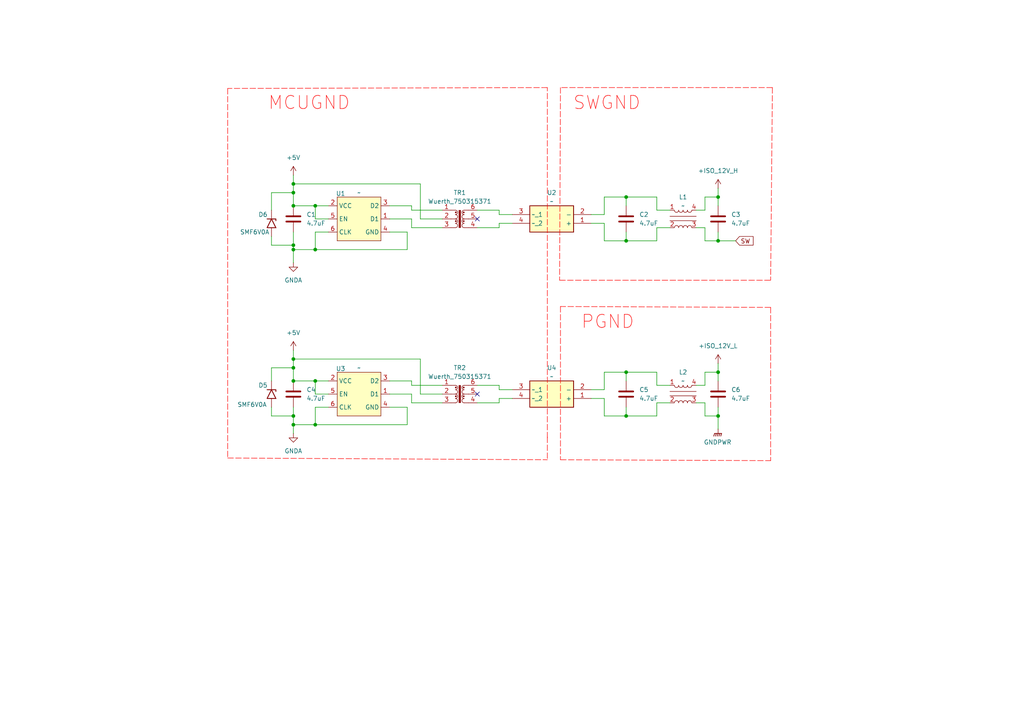
<source format=kicad_sch>
(kicad_sch (version 20250114) (generator "eeschema") (generator_version "9.0")
  (paper "A4")
  (lib_symbols
    (symbol "Device:C" (pin_numbers (hide yes)) (pin_names (offset 0.254))
      (property "Reference" "C" (at 0.635 2.54 0))
      (property "Value" "C" (at 0.635 -2.54 0))
      (symbol "C_0_1"
        (polyline (pts (xy -2.032 0.762) (xy 2.032 0.762)) (stroke (width 0.508)))
        (polyline (pts (xy -2.032 -0.762) (xy 2.032 -0.762)) (stroke (width 0.508)))
      )
      (symbol "C_1_1"
        (pin passive line (at 0 3.81 270) (length 2.794) (name "~") (number "1"))
        (pin passive line (at 0 -3.81 90) (length 2.794) (name "~") (number "2"))
      )
    )
    (symbol "Diode:SMF6V0A" (pin_numbers (hide yes)) (pin_names (offset 1.016) (hide yes))
      (property "Reference" "D" (at 0 2.54 0))
      (property "Value" "SMF6V0A" (at 0 -2.54 0))
      (symbol "SMF6V0A_0_1"
        (polyline (pts (xy -0.762 1.27) (xy -1.27 1.27) (xy -1.27 -1.27)) (stroke (width 0.254)))
        (polyline (pts (xy 1.27 1.27) (xy 1.27 -1.27) (xy -1.27 0) (xy 1.27 1.27)) (stroke (width 0.254)))
      )
      (symbol "SMF6V0A_1_1"
        (pin passive line (at -3.81 0 0) (length 2.54) (name "A1") (number "1"))
        (pin passive line (at 3.81 0 180) (length 2.54) (name "A2") (number "2"))
      )
    )
    (symbol "KiCAD_Library-N1-V1.0:ACM2012-900-2P-T001"
      (property "Reference" "L?" (at -3.556 5.334 0))
      (symbol "ACM2012-900-2P-T001_0_1"
        (arc (start -1.27 2.54) (mid -1.905 1.9077) (end -2.54 2.54))
        (arc (start -2.54 -2.54) (mid -1.905 -1.9077) (end -1.27 -2.54))
        (arc (start 0 2.54) (mid -0.635 1.9077) (end -1.27 2.54))
        (arc (start -1.27 -2.54) (mid -0.635 -1.9077) (end 0 -2.54))
        (arc (start 1.27 2.54) (mid 0.635 1.9077) (end 0 2.54))
        (arc (start 0 -2.54) (mid 0.635 -1.9077) (end 1.27 -2.54))
        (arc (start 2.54 2.54) (mid 1.905 1.9077) (end 1.27 2.54))
        (arc (start 1.27 -2.54) (mid 1.905 -1.9077) (end 2.54 -2.54))
        (polyline (pts (xy 3.81 0.762) (xy -3.81 0.762)))
        (polyline (pts (xy 3.81 -0.508) (xy -3.81 -0.508)))
      )
      (symbol "ACM2012-900-2P-T001_1_1"
        (pin passive line (at -3.81 2.54 0) (length 1.27) (name "") (number "1"))
        (pin passive line (at -3.81 -2.54 0) (length 1.27) (name "") (number "2"))
        (pin passive line (at 3.81 2.54 180) (length 1.27) (name "") (number "4"))
        (pin passive line (at 3.81 -2.54 180) (length 1.27) (name "") (number "3"))
      )
    )
    (symbol "KiCAD_Library-N1-V1.0:SN650BQDBVT-Q1"
      (property "Reference" "U" (at -5.842 7.366 0))
      (symbol "SN650BQDBVT-Q1_1_1"
        (rectangle (start -6.35 6.35) (end 6.35 -6.35) (fill (type background)))
        (pin power_in line (at -8.89 3.81 0) (length 2.54) (name "VCC") (number "2"))
        (pin input line (at -8.89 0 0) (length 2.54) (name "EN") (number "5"))
        (pin input line (at -8.89 -3.81 0) (length 2.54) (name "CLK") (number "6"))
        (pin output line (at 8.89 3.81 180) (length 2.54) (name "D2") (number "3"))
        (pin output line (at 8.89 0 180) (length 2.54) (name "D1") (number "1"))
        (pin power_out line (at 8.89 -3.81 180) (length 2.54) (name "GND") (number "4"))
      )
    )
    (symbol "KiCAD_Library-N1-V1.0:TS260S_R2_00001"
      (property "Reference" "U" (at -5.842 5.08 0))
      (symbol "TS260S_R2_00001_1_1"
        (rectangle (start -6.35 3.81) (end 6.35 -3.81) (stroke (width 0.254)) (fill (type background)))
        (pin passive line (at -11.43 1.27 0) (length 5.08) (name "+") (number "1"))
        (pin passive line (at -11.43 -1.27 0) (length 5.08) (name "-") (number "2"))
        (pin passive line (at 11.43 1.27 180) (length 5.08) (name "~_2") (number "4"))
        (pin passive line (at 11.43 -1.27 180) (length 5.08) (name "~_1") (number "3"))
      )
    )
    (symbol "Transformer:Wuerth_750315371"
      (property "Reference" "TR" (at 0 5.08 0))
      (property "Value" "Wuerth_750315371" (at 0 -5.08 0))
      (symbol "Wuerth_750315371_0_1"
        (polyline (pts (xy -2.54 2.54) (xy -1.27 2.54)))
        (polyline (pts (xy -2.54 0) (xy -1.27 0)))
        (polyline (pts (xy -2.54 -2.54) (xy -1.27 -2.54)))
        (arc (start -1.27 0) (mid -0.6377 -0.635) (end -1.27 -1.27))
        (arc (start -1.27 -1.27) (mid -0.6377 -1.905) (end -1.27 -2.54))
        (rectangle (start -0.254 2.54) (end 0.254 -2.54) (stroke (width 0.0254)) (fill (type outline)))
        (polyline (pts (xy 1.27 2.54) (xy 2.54 2.54)))
        (polyline (pts (xy 1.27 0) (xy 2.54 0)))
        (polyline (pts (xy 1.27 -2.54) (xy 2.54 -2.54)))
      )
      (symbol "Wuerth_750315371_1_1"
        (arc (start -1.27 2.54) (mid -0.6377 1.905) (end -1.27 1.27))
        (arc (start -1.27 1.27) (mid -0.6377 0.635) (end -1.27 0))
        (circle (center -1.143 1.905) (radius 0.127) (stroke (width 0.254)))
        (circle (center -1.143 -0.635) (radius 0.127) (stroke (width 0.254)))
        (circle (center 1.143 1.905) (radius 0.127) (stroke (width 0.254)))
        (circle (center 1.143 -0.635) (radius 0.127) (stroke (width 0.254)))
        (arc (start 1.27 1.27) (mid 0.6377 1.905) (end 1.27 2.54))
        (arc (start 1.27 0) (mid 0.6377 0.635) (end 1.27 1.27))
        (arc (start 1.27 -1.27) (mid 0.6377 -0.635) (end 1.27 0))
        (arc (start 1.27 -2.54) (mid 0.6377 -1.905) (end 1.27 -1.27))
        (pin passive line (at -5.08 2.54 0) (length 2.54) (name "~") (number "1"))
        (pin passive line (at -5.08 0 0) (length 2.54) (name "~") (number "2"))
        (pin passive line (at -5.08 -2.54 0) (length 2.54) (name "~") (number "3"))
        (pin passive line (at 5.08 2.54 180) (length 2.54) (name "~") (number "6"))
        (pin passive line (at 5.08 0 180) (length 2.54) (name "~") (number "5"))
        (pin passive line (at 5.08 -2.54 180) (length 2.54) (name "~") (number "4"))
      )
    )
    (symbol "power:+12V" (power) (pin_numbers (hide yes)) (pin_names (offset 0) (hide yes))
      (property "Value" "+12V" (at 0 3.556 0))
      (symbol "+12V_0_1"
        (polyline (pts (xy -0.762 1.27) (xy 0 2.54)))
        (polyline (pts (xy 0 2.54) (xy 0.762 1.27)))
        (polyline (pts (xy 0 0) (xy 0 2.54)))
      )
      (symbol "+12V_1_1"
        (pin power_in line (at 0 0 90) (length 0) (name "~") (number "1"))
      )
    )
    (symbol "power:+5V" (power) (pin_numbers (hide yes)) (pin_names (offset 0) (hide yes))
      (property "Value" "+5V" (at 0 3.556 0))
      (symbol "+5V_0_1"
        (polyline (pts (xy -0.762 1.27) (xy 0 2.54)))
        (polyline (pts (xy 0 2.54) (xy 0.762 1.27)))
        (polyline (pts (xy 0 0) (xy 0 2.54)))
      )
      (symbol "+5V_1_1"
        (pin power_in line (at 0 0 90) (length 0) (name "~") (number "1"))
      )
    )
    (symbol "power:GNDA" (power) (pin_numbers (hide yes)) (pin_names (offset 0) (hide yes))
      (property "Value" "GNDA" (at 0 -3.81 0))
      (symbol "GNDA_0_1"
        (polyline (pts (xy 0 0) (xy 0 -1.27) (xy 1.27 -1.27) (xy 0 -2.54) (xy -1.27 -1.27) (xy 0 -1.27)))
      )
      (symbol "GNDA_1_1"
        (pin power_in line (at 0 0 270) (length 0) (name "~") (number "1"))
      )
    )
    (symbol "power:GNDPWR" (power) (pin_numbers (hide yes)) (pin_names (offset 0) (hide yes))
      (property "Value" "GNDPWR" (at 0 -3.302 0))
      (symbol "GNDPWR_0_1"
        (polyline (pts (xy -1.016 -1.27) (xy -1.27 -2.032) (xy -1.27 -2.032)) (stroke (width 0.2032)))
        (polyline (pts (xy -0.508 -1.27) (xy -0.762 -2.032) (xy -0.762 -2.032)) (stroke (width 0.2032)))
        (polyline (pts (xy 0 -1.27) (xy 0 0)))
        (polyline (pts (xy 0 -1.27) (xy -0.254 -2.032) (xy -0.254 -2.032)) (stroke (width 0.2032)))
        (polyline (pts (xy 0.508 -1.27) (xy 0.254 -2.032) (xy 0.254 -2.032)) (stroke (width 0.2032)))
        (polyline (pts (xy 1.016 -1.27) (xy -1.016 -1.27) (xy -1.016 -1.27)) (stroke (width 0.2032)))
        (polyline (pts (xy 1.016 -1.27) (xy 0.762 -2.032) (xy 0.762 -2.032) (xy 0.762 -2.032)) (stroke (width 0.2032)))
      )
      (symbol "GNDPWR_1_1"
        (pin power_in line (at 0 0 270) (length 0) (name "~") (number "1"))
      )
    )
  )
  (text "MCUGND\n" (at 89.662 29.972 0) (effects (font (size 3.81 3.81))))
  (text "SWGND\n" (at 176.022 29.972 0) (effects (font (size 3.81 3.81))))
  (text "PGND\n" (at 176.276 93.472 0) (effects (font (size 3.81 3.81))))
  (junction (at 85.09 106.68))
  (junction (at 85.09 53.34))
  (junction (at 85.09 110.49))
  (junction (at 91.44 110.49))
  (junction (at 85.09 104.14))
  (junction (at 208.28 107.95))
  (junction (at 181.61 120.65))
  (junction (at 91.44 59.69))
  (junction (at 181.61 69.85))
  (junction (at 91.44 72.39))
  (junction (at 85.09 55.88))
  (junction (at 85.09 120.65))
  (junction (at 85.09 71.12))
  (junction (at 208.28 120.65))
  (junction (at 208.28 57.15))
  (junction (at 85.09 123.19))
  (junction (at 208.28 69.85))
  (junction (at 85.09 59.69))
  (junction (at 181.61 107.95))
  (junction (at 181.61 57.15))
  (junction (at 85.09 72.39))
  (junction (at 91.44 123.19))
  (no_connect (at 138.43 114.3))
  (no_connect (at 138.43 63.5))
  (wire (pts (xy 148.59 62.23) (xy 144.78 62.23)))
  (wire (pts (xy 128.27 116.84) (xy 119.38 116.84)))
  (wire (pts (xy 85.09 71.12) (xy 85.09 67.31)))
  (wire (pts (xy 95.25 63.5) (xy 91.44 63.5)))
  (wire (pts (xy 85.09 106.68) (xy 85.09 110.49)))
  (wire (pts (xy 208.28 57.15) (xy 208.28 59.69)))
  (wire (pts (xy 190.5 111.76) (xy 190.5 107.95)))
  (wire (pts (xy 128.27 66.04) (xy 119.38 66.04)))
  (wire (pts (xy 194.31 111.76) (xy 190.5 111.76)))
  (wire (pts (xy 121.92 53.34) (xy 85.09 53.34)))
  (wire (pts (xy 91.44 118.11) (xy 91.44 123.19)))
  (wire (pts (xy 138.43 116.84) (xy 144.78 116.84)))
  (wire (pts (xy 208.28 67.31) (xy 208.28 69.85)))
  (wire (pts (xy 85.09 104.14) (xy 85.09 106.68)))
  (wire (pts (xy 201.93 116.84) (xy 204.47 116.84)))
  (wire (pts (xy 85.09 123.19) (xy 85.09 120.65)))
  (wire (pts (xy 119.38 66.04) (xy 119.38 63.5)))
  (wire (pts (xy 95.25 118.11) (xy 91.44 118.11)))
  (wire (pts (xy 208.28 54.61) (xy 208.28 57.15)))
  (wire (pts (xy 144.78 113.03) (xy 144.78 111.76)))
  (wire (pts (xy 121.92 114.3) (xy 121.92 104.14)))
  (wire (pts (xy 85.09 59.69) (xy 91.44 59.69)))
  (wire (pts (xy 204.47 120.65) (xy 204.47 116.84)))
  (wire (pts (xy 85.09 72.39) (xy 85.09 71.12)))
  (wire (pts (xy 181.61 57.15) (xy 181.61 59.69)))
  (wire (pts (xy 208.28 69.85) (xy 213.36 69.85)))
  (wire (pts (xy 148.59 115.57) (xy 144.78 115.57)))
  (wire (pts (xy 91.44 72.39) (xy 85.09 72.39)))
  (wire (pts (xy 194.31 60.96) (xy 190.5 60.96)))
  (wire (pts (xy 119.38 59.69) (xy 119.38 60.96)))
  (polyline (pts (xy 224.028 25.4) (xy 162.56 25.4)) (stroke (width 0) (type dash) (color 255 0 0 1)))
  (wire (pts (xy 208.28 120.65) (xy 208.28 124.46)))
  (wire (pts (xy 85.09 72.39) (xy 85.09 76.2)))
  (polyline (pts (xy 158.75 25.4) (xy 66.04 25.654)) (stroke (width 0) (type dash) (color 255 0 0 1)))
  (polyline (pts (xy 158.75 127) (xy 158.75 25.4)) (stroke (width 0) (type dash) (color 255 0 0 1)))
  (wire (pts (xy 119.38 63.5) (xy 113.03 63.5)))
  (wire (pts (xy 119.38 114.3) (xy 113.03 114.3)))
  (wire (pts (xy 78.74 110.49) (xy 78.74 106.68)))
  (polyline (pts (xy 66.04 25.654) (xy 66.04 132.842)) (stroke (width 0) (type dash) (color 255 0 0 1)))
  (wire (pts (xy 113.03 59.69) (xy 119.38 59.69)))
  (wire (pts (xy 204.47 60.96) (xy 204.47 57.15)))
  (wire (pts (xy 175.26 115.57) (xy 175.26 120.65)))
  (wire (pts (xy 201.93 111.76) (xy 204.47 111.76)))
  (polyline (pts (xy 158.75 126.746) (xy 158.75 133.35)) (stroke (width 0) (type dash) (color 255 0 0 1)))
  (wire (pts (xy 144.78 60.96) (xy 138.43 60.96)))
  (wire (pts (xy 148.59 113.03) (xy 144.78 113.03)))
  (wire (pts (xy 113.03 110.49) (xy 119.38 110.49)))
  (wire (pts (xy 78.74 60.96) (xy 78.74 55.88)))
  (wire (pts (xy 190.5 60.96) (xy 190.5 57.15)))
  (wire (pts (xy 78.74 120.65) (xy 85.09 120.65)))
  (wire (pts (xy 91.44 123.19) (xy 85.09 123.19)))
  (wire (pts (xy 118.11 67.31) (xy 118.11 72.39)))
  (wire (pts (xy 171.45 113.03) (xy 175.26 113.03)))
  (wire (pts (xy 144.78 115.57) (xy 144.78 116.84)))
  (wire (pts (xy 91.44 110.49) (xy 95.25 110.49)))
  (wire (pts (xy 171.45 64.77) (xy 175.26 64.77)))
  (wire (pts (xy 118.11 123.19) (xy 91.44 123.19)))
  (wire (pts (xy 78.74 118.11) (xy 78.74 120.65)))
  (wire (pts (xy 85.09 50.8) (xy 85.09 53.34)))
  (wire (pts (xy 144.78 64.77) (xy 144.78 66.04)))
  (wire (pts (xy 78.74 68.58) (xy 78.74 71.12)))
  (wire (pts (xy 113.03 118.11) (xy 118.11 118.11)))
  (wire (pts (xy 175.26 62.23) (xy 175.26 57.15)))
  (wire (pts (xy 118.11 72.39) (xy 91.44 72.39)))
  (polyline (pts (xy 162.56 88.9) (xy 162.56 133.35)) (stroke (width 0) (type dash) (color 255 0 0 1)))
  (wire (pts (xy 208.28 120.65) (xy 204.47 120.65)))
  (wire (pts (xy 175.26 107.95) (xy 181.61 107.95)))
  (wire (pts (xy 118.11 118.11) (xy 118.11 123.19)))
  (polyline (pts (xy 162.56 133.35) (xy 223.52 133.604)) (stroke (width 0) (type dash) (color 255 0 0 1)))
  (wire (pts (xy 175.26 57.15) (xy 181.61 57.15)))
  (wire (pts (xy 78.74 55.88) (xy 85.09 55.88)))
  (wire (pts (xy 91.44 67.31) (xy 91.44 72.39)))
  (wire (pts (xy 175.26 69.85) (xy 181.61 69.85)))
  (wire (pts (xy 119.38 60.96) (xy 128.27 60.96)))
  (polyline (pts (xy 223.52 89.154) (xy 223.52 133.604)) (stroke (width 0) (type dash) (color 255 0 0 1)))
  (wire (pts (xy 78.74 106.68) (xy 85.09 106.68)))
  (wire (pts (xy 85.09 55.88) (xy 85.09 59.69)))
  (wire (pts (xy 194.31 116.84) (xy 190.5 116.84)))
  (wire (pts (xy 208.28 118.11) (xy 208.28 120.65)))
  (wire (pts (xy 204.47 57.15) (xy 208.28 57.15)))
  (wire (pts (xy 190.5 107.95) (xy 181.61 107.95)))
  (wire (pts (xy 204.47 69.85) (xy 204.47 66.04)))
  (polyline (pts (xy 162.56 25.4) (xy 162.306 81.28)) (stroke (width 0) (type dash) (color 255 0 0 1)))
  (wire (pts (xy 171.45 115.57) (xy 175.26 115.57)))
  (wire (pts (xy 144.78 111.76) (xy 138.43 111.76)))
  (wire (pts (xy 128.27 114.3) (xy 121.92 114.3)))
  (polyline (pts (xy 223.52 89.154) (xy 162.56 88.9)) (stroke (width 0) (type dash) (color 255 0 0 1)))
  (wire (pts (xy 113.03 67.31) (xy 118.11 67.31)))
  (wire (pts (xy 91.44 114.3) (xy 91.44 110.49)))
  (wire (pts (xy 119.38 116.84) (xy 119.38 114.3)))
  (wire (pts (xy 119.38 110.49) (xy 119.38 111.76)))
  (polyline (pts (xy 162.306 81.28) (xy 223.52 81.28)) (stroke (width 0) (type dash) (color 255 0 0 1)))
  (wire (pts (xy 95.25 67.31) (xy 91.44 67.31)))
  (wire (pts (xy 190.5 66.04) (xy 190.5 69.85)))
  (wire (pts (xy 201.93 66.04) (xy 204.47 66.04)))
  (wire (pts (xy 91.44 59.69) (xy 95.25 59.69)))
  (wire (pts (xy 85.09 120.65) (xy 85.09 118.11)))
  (wire (pts (xy 121.92 104.14) (xy 85.09 104.14)))
  (polyline (pts (xy 66.04 132.842) (xy 158.75 133.35)) (stroke (width 0) (type dash) (color 255 0 0 1)))
  (wire (pts (xy 208.28 105.41) (xy 208.28 107.95)))
  (wire (pts (xy 175.26 64.77) (xy 175.26 69.85)))
  (wire (pts (xy 204.47 107.95) (xy 208.28 107.95)))
  (wire (pts (xy 144.78 62.23) (xy 144.78 60.96)))
  (wire (pts (xy 121.92 63.5) (xy 121.92 53.34)))
  (wire (pts (xy 194.31 66.04) (xy 190.5 66.04)))
  (wire (pts (xy 78.74 71.12) (xy 85.09 71.12)))
  (wire (pts (xy 171.45 62.23) (xy 175.26 62.23)))
  (wire (pts (xy 148.59 64.77) (xy 144.78 64.77)))
  (wire (pts (xy 128.27 63.5) (xy 121.92 63.5)))
  (wire (pts (xy 119.38 111.76) (xy 128.27 111.76)))
  (wire (pts (xy 181.61 107.95) (xy 181.61 110.49)))
  (wire (pts (xy 138.43 66.04) (xy 144.78 66.04)))
  (wire (pts (xy 175.26 120.65) (xy 181.61 120.65)))
  (polyline (pts (xy 224.028 25.4) (xy 223.52 81.28)) (stroke (width 0) (type dash) (color 255 0 0 1)))
  (wire (pts (xy 175.26 113.03) (xy 175.26 107.95)))
  (wire (pts (xy 190.5 69.85) (xy 181.61 69.85)))
  (wire (pts (xy 85.09 101.6) (xy 85.09 104.14)))
  (wire (pts (xy 95.25 114.3) (xy 91.44 114.3)))
  (wire (pts (xy 190.5 57.15) (xy 181.61 57.15)))
  (wire (pts (xy 85.09 123.19) (xy 85.09 125.73)))
  (wire (pts (xy 181.61 69.85) (xy 181.61 67.31)))
  (wire (pts (xy 208.28 69.85) (xy 204.47 69.85)))
  (wire (pts (xy 204.47 111.76) (xy 204.47 107.95)))
  (wire (pts (xy 181.61 120.65) (xy 181.61 118.11)))
  (wire (pts (xy 201.93 60.96) (xy 204.47 60.96)))
  (wire (pts (xy 85.09 53.34) (xy 85.09 55.88)))
  (wire (pts (xy 91.44 63.5) (xy 91.44 59.69)))
  (wire (pts (xy 190.5 116.84) (xy 190.5 120.65)))
  (wire (pts (xy 85.09 110.49) (xy 91.44 110.49)))
  (wire (pts (xy 190.5 120.65) (xy 181.61 120.65)))
  (wire (pts (xy 208.28 107.95) (xy 208.28 110.49)))
  (global_label "SW" (shape input) (at 213.36 69.85 0) (property "Intersheetrefs" "${INTERSHEET_REFS}" (effects (hide yes))))
  (symbol (lib_id "KiCAD_Library-N1-V1.0:TS260S_R2_00001") (at 160.02 114.3 180) (unit 1)
    (property "Reference" "U4" (at 160.02 106.68 0))
    (property "Value" "~" (at 160.02 109.22 0))
    (property "Footprint" "KiCAD_Library-N1-V1.0:TS260S_R2_00001" (effects (hide yes)))
  )
  (symbol (lib_id "power:+5V") (at 85.09 101.6 0) (unit 1)
    (property "Reference" "#PWR04" (effects (hide yes)))
    (property "Value" "+5V" (at 85.09 96.52 0))
    (property "Description" "Power symbol creates a global label with name \"+5V\"" (effects (hide yes)))
  )
  (symbol (lib_id "power:GNDA") (at 85.09 76.2 0) (unit 1)
    (property "Reference" "#PWR02" (effects (hide yes)))
    (property "Value" "GNDA" (at 85.09 81.28 0))
    (property "Description" "Power symbol creates a global label with name \"GNDA\" , analog ground" (effects (hide yes)))
  )
  (symbol (lib_id "KiCAD_Library-N1-V1.0:ACM2012-900-2P-T001") (at 198.12 114.3 0) (unit 1)
    (property "Reference" "L2" (at 198.12 107.95 0))
    (property "Value" "~" (at 198.12 110.49 0))
    (property "Footprint" "KiCAD_Library-N1-V1.0:ACM2012-900-2P-T001" (effects (hide yes)))
  )
  (symbol (lib_id "Diode:SMF6V0A") (at 78.74 114.3 270) (unit 1)
    (property "Reference" "D5" (at 74.93 111.76 90) (effects (justify left)))
    (property "Value" "SMF6V0A" (at 68.834 117.348 90) (effects (justify left)))
    (property "Footprint" "Diode_SMD:D_SMF" (effects (hide yes)))
    (property "Datasheet" "https://www.vishay.com/doc?85881" (effects (hide yes)))
    (property "Description" "200W unidirectional Transil Transient Voltage Suppressor, 6Vrwm, SMF" (effects (hide yes)))
  )
  (symbol (lib_id "Device:C") (at 85.09 63.5 0) (unit 1)
    (property "Reference" "C1" (at 88.9 62.2299 0) (effects (justify left)))
    (property "Value" "4.7uF" (at 88.9 64.7699 0) (effects (justify left)))
    (property "Footprint" "Capacitor_SMD:C_0805_2012Metric_Pad1.18x1.45mm_HandSolder" (effects (hide yes)))
    (property "Description" "Unpolarized capacitor" (effects (hide yes)))
  )
  (symbol (lib_id "power:GNDPWR") (at 208.28 124.46 0) (unit 1)
    (property "Reference" "#PWR07" (effects (hide yes)))
    (property "Value" "GNDPWR" (at 208.153 128.27 0))
    (property "Description" "Power symbol creates a global label with name \"GNDPWR\" , global ground" (effects (hide yes)))
  )
  (symbol (lib_id "Device:C") (at 181.61 114.3 0) (unit 1)
    (property "Reference" "C5" (at 185.42 113.0299 0) (effects (justify left)))
    (property "Value" "4.7uF" (at 185.42 115.5699 0) (effects (justify left)))
    (property "Footprint" "Capacitor_SMD:C_0805_2012Metric_Pad1.18x1.45mm_HandSolder" (effects (hide yes)))
    (property "Description" "Unpolarized capacitor" (effects (hide yes)))
  )
  (symbol (lib_id "Transformer:Wuerth_750315371") (at 133.35 63.5 0) (unit 1)
    (property "Reference" "TR1" (at 133.35 55.88 0))
    (property "Value" "Wuerth_750315371" (at 133.35 58.42 0))
    (property "Footprint" "KiCAD_Library-N1-V1.0:750315371" (effects (hide yes)))
    (property "Datasheet" "https://www.we-online.com/catalog/datasheet/750315371.pdf" (effects (hide yes)))
    (property "Description" "5V, 1A , 320 - 480kHz, 1:1.1, Center Tapped, SMD" (effects (hide yes)))
  )
  (symbol (lib_id "power:+5V") (at 85.09 50.8 0) (unit 1)
    (property "Reference" "#PWR01" (effects (hide yes)))
    (property "Value" "+5V" (at 85.09 45.72 0))
    (property "Description" "Power symbol creates a global label with name \"+5V\"" (effects (hide yes)))
  )
  (symbol (lib_id "KiCAD_Library-N1-V1.0:ACM2012-900-2P-T001") (at 198.12 63.5 0) (unit 1)
    (property "Reference" "L1" (at 198.12 57.15 0))
    (property "Value" "~" (at 198.12 59.69 0))
    (property "Footprint" "KiCAD_Library-N1-V1.0:ACM2012-900-2P-T001" (effects (hide yes)))
  )
  (symbol (lib_id "Device:C") (at 85.09 114.3 0) (unit 1)
    (property "Reference" "C4" (at 88.9 113.0299 0) (effects (justify left)))
    (property "Value" "4.7uF" (at 88.9 115.5699 0) (effects (justify left)))
    (property "Footprint" "Capacitor_SMD:C_0805_2012Metric_Pad1.18x1.45mm_HandSolder" (effects (hide yes)))
    (property "Description" "Unpolarized capacitor" (effects (hide yes)))
  )
  (symbol (lib_id "Device:C") (at 181.61 63.5 0) (unit 1)
    (property "Reference" "C2" (at 185.42 62.2299 0) (effects (justify left)))
    (property "Value" "4.7uF" (at 185.42 64.7699 0) (effects (justify left)))
    (property "Footprint" "Capacitor_SMD:C_0805_2012Metric_Pad1.18x1.45mm_HandSolder" (effects (hide yes)))
    (property "Description" "Unpolarized capacitor" (effects (hide yes)))
  )
  (symbol (lib_id "Diode:SMF6V0A") (at 78.74 64.77 270) (unit 1)
    (property "Reference" "D6" (at 74.93 62.23 90) (effects (justify left)))
    (property "Value" "SMF6V0A" (at 69.596 67.31 90) (effects (justify left)))
    (property "Footprint" "Diode_SMD:D_SMF" (effects (hide yes)))
    (property "Datasheet" "https://www.vishay.com/doc?85881" (effects (hide yes)))
    (property "Description" "200W unidirectional Transil Transient Voltage Suppressor, 6Vrwm, SMF" (effects (hide yes)))
  )
  (symbol (lib_id "power:GNDA") (at 85.09 125.73 0) (unit 1)
    (property "Reference" "#PWR05" (effects (hide yes)))
    (property "Value" "GNDA" (at 85.09 130.81 0))
    (property "Description" "Power symbol creates a global label with name \"GNDA\" , analog ground" (effects (hide yes)))
  )
  (symbol (lib_id "KiCAD_Library-N1-V1.0:TS260S_R2_00001") (at 160.02 63.5 180) (unit 1)
    (property "Reference" "U2" (at 160.02 55.88 0))
    (property "Value" "~" (at 160.02 58.42 0))
    (property "Footprint" "KiCAD_Library-N1-V1.0:TS260S_R2_00001" (effects (hide yes)))
  )
  (symbol (lib_id "Device:C") (at 208.28 63.5 0) (unit 1)
    (property "Reference" "C3" (at 212.09 62.2299 0) (effects (justify left)))
    (property "Value" "4.7uF" (at 212.09 64.7699 0) (effects (justify left)))
    (property "Footprint" "Capacitor_SMD:C_0805_2012Metric_Pad1.18x1.45mm_HandSolder" (effects (hide yes)))
    (property "Description" "Unpolarized capacitor" (effects (hide yes)))
  )
  (symbol (lib_id "KiCAD_Library-N1-V1.0:SN650BQDBVT-Q1") (at 104.14 114.3 0) (unit 1)
    (property "Reference" "U3" (at 98.806 106.934 0))
    (property "Value" "~" (at 104.14 106.68 0))
    (property "Footprint" "KiCAD_Library-N1-V1.0:SN6505B" (effects (hide yes)))
  )
  (symbol (lib_id "Transformer:Wuerth_750315371") (at 133.35 114.3 0) (unit 1)
    (property "Reference" "TR2" (at 133.35 106.68 0))
    (property "Value" "Wuerth_750315371" (at 133.35 109.22 0))
    (property "Footprint" "KiCAD_Library-N1-V1.0:750315371" (effects (hide yes)))
    (property "Datasheet" "https://www.we-online.com/catalog/datasheet/750315371.pdf" (effects (hide yes)))
    (property "Description" "5V, 1A , 320 - 480kHz, 1:1.1, Center Tapped, SMD" (effects (hide yes)))
  )
  (symbol (lib_id "Device:C") (at 208.28 114.3 0) (unit 1)
    (property "Reference" "C6" (at 212.09 113.0299 0) (effects (justify left)))
    (property "Value" "4.7uF" (at 212.09 115.5699 0) (effects (justify left)))
    (property "Footprint" "Capacitor_SMD:C_0805_2012Metric_Pad1.18x1.45mm_HandSolder" (effects (hide yes)))
    (property "Description" "Unpolarized capacitor" (effects (hide yes)))
  )
  (symbol (lib_id "power:+12V") (at 208.28 105.41 0) (unit 1)
    (property "Reference" "#PWR06" (effects (hide yes)))
    (property "Value" "+ISO_12V_L" (at 208.28 100.33 0))
    (property "Description" "Power symbol creates a global label with name \"+12V\"" (effects (hide yes)))
  )
  (symbol (lib_id "KiCAD_Library-N1-V1.0:SN650BQDBVT-Q1") (at 104.14 63.5 0) (unit 1)
    (property "Reference" "U1" (at 98.806 56.134 0))
    (property "Value" "~" (at 104.14 55.88 0))
    (property "Footprint" "KiCAD_Library-N1-V1.0:SN6505B" (effects (hide yes)))
  )
  (symbol (lib_id "power:+12V") (at 208.28 54.61 0) (unit 1)
    (property "Reference" "#PWR03" (effects (hide yes)))
    (property "Value" "+ISO_12V_H" (at 208.28 49.53 0))
    (property "Description" "Power symbol creates a global label with name \"+12V\"" (effects (hide yes)))
  )
)
</source>
